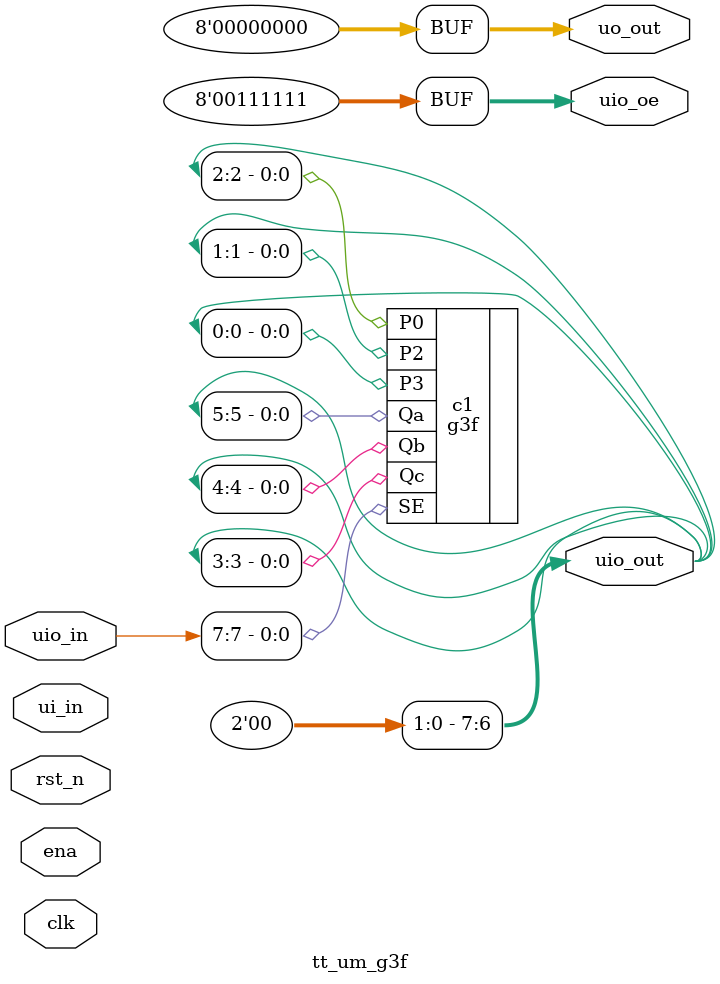
<source format=v>
/*
 * Copyright (c) 2024 Your Name
 * SPDX-License-Identifier: Apache-2.0
 */

`define default_netname none

module tt_um_g3f (
    input  wire [7:0] ui_in,    // Dedicated inputs
    output wire [7:0] uo_out,   // Dedicated outputs
    input  wire [7:0] uio_in,   // IOs: Input path
    output wire [7:0] uio_out,  // IOs: Output path
    output wire [7:0] uio_oe,   // IOs: Enable path (active high: 0=input, 1=output)
    input  wire       ena,      // will go high when the design is enabled
    input  wire       clk,      // clock
    input  wire       rst_n     // reset_n - low to reset
);

  // All output pins must be assigned. If not used, assign to 0.

    g3f c1 (.SE(uio_in[7]), .Qa(uio_out[5]), .Qb(uio_out[4]), .Qc(uio_out[3]), .P0(uio_out[2]), .P2(uio_out[1]), .P3(uio_out[0]));

    assign uio_oe = 8'b 00111111;
    assign uio_out[7:6] = 2'b00;
    assign uo_out[7:0] = 8'b00000000;
endmodule

</source>
